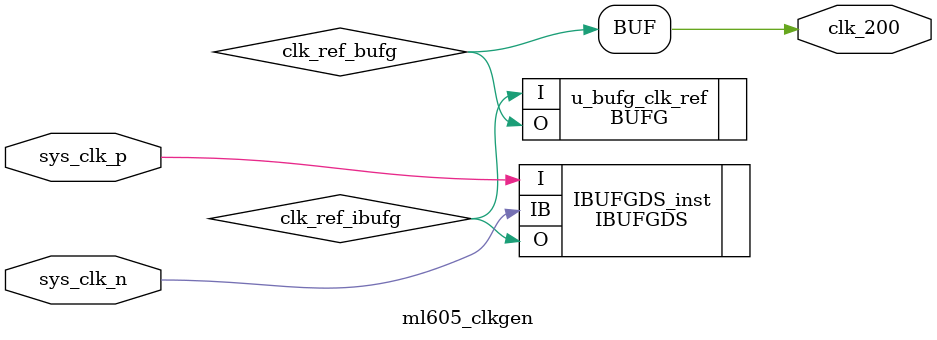
<source format=v>
`timescale 1ns / 1ps
module ml605_clkgen(sys_clk_p, sys_clk_n, clk_200);
	input sys_clk_p, sys_clk_n;
	output clk_200;
	
	wire clk_ref_ibufg;
	wire clk_ref_bufg;
	
	//---- connect differential clock signal ----//
	IBUFGDS #(
		.DIFF_TERM("FALSE"), // Differential Termination
		.IOSTANDARD("DEFAULT") // Specify the input I/O standard
	) IBUFGDS_inst (
		.O(clk_ref_ibufg), // Clock buffer output
		.I(sys_clk_p), // Diff_p clock buffer input (connect directly to top-level port)
		.IB(sys_clk_n) // Diff_n clock buffer input (connect directly to top-level port)
	);

	//---- Global clock buffer
	BUFG u_bufg_clk_ref
		(
		 .O (clk_ref_bufg),
       .I (clk_ref_ibufg)
      );
	assign clk_200 = clk_ref_bufg;		//ML605 single 200MHz clock source
	

endmodule

</source>
